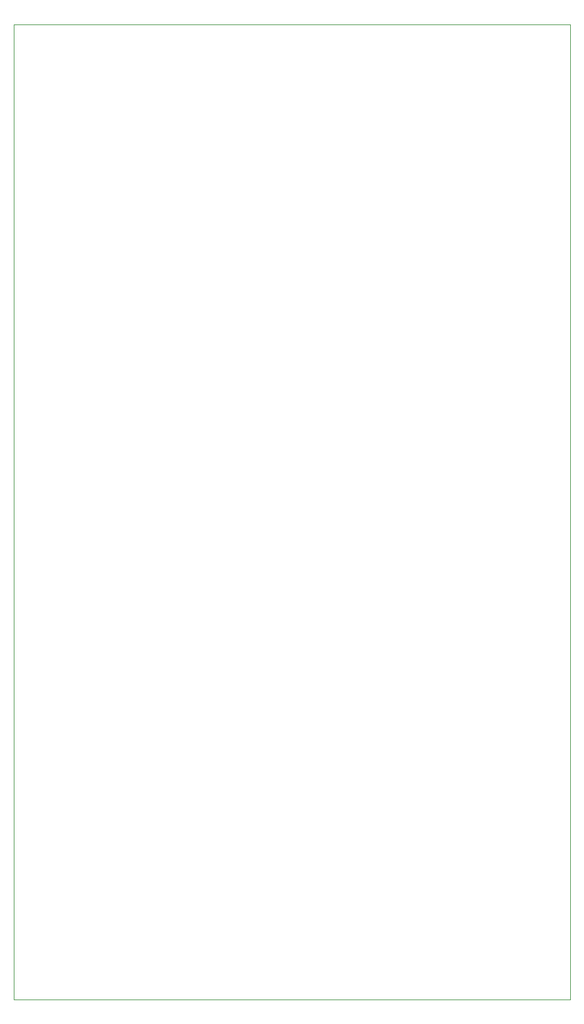
<source format=gbr>
%TF.GenerationSoftware,KiCad,Pcbnew,8.0.2*%
%TF.CreationDate,2024-08-18T00:41:24+05:30*%
%TF.ProjectId,DEC_R_BOX,4445435f-525f-4424-9f58-2e6b69636164,rev?*%
%TF.SameCoordinates,Original*%
%TF.FileFunction,Profile,NP*%
%FSLAX46Y46*%
G04 Gerber Fmt 4.6, Leading zero omitted, Abs format (unit mm)*
G04 Created by KiCad (PCBNEW 8.0.2) date 2024-08-18 00:41:24*
%MOMM*%
%LPD*%
G01*
G04 APERTURE LIST*
%TA.AperFunction,Profile*%
%ADD10C,0.050000*%
%TD*%
G04 APERTURE END LIST*
D10*
X41450000Y-30000000D02*
X116475000Y-30000000D01*
X116475000Y-161550000D01*
X41450000Y-161550000D01*
X41450000Y-30000000D01*
M02*

</source>
